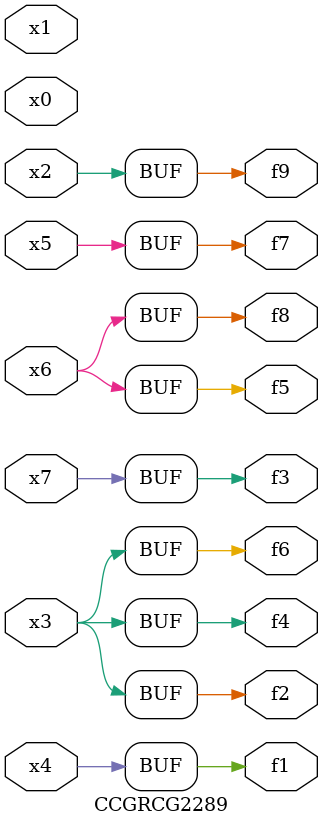
<source format=v>
module CCGRCG2289(
	input x0, x1, x2, x3, x4, x5, x6, x7,
	output f1, f2, f3, f4, f5, f6, f7, f8, f9
);
	assign f1 = x4;
	assign f2 = x3;
	assign f3 = x7;
	assign f4 = x3;
	assign f5 = x6;
	assign f6 = x3;
	assign f7 = x5;
	assign f8 = x6;
	assign f9 = x2;
endmodule

</source>
